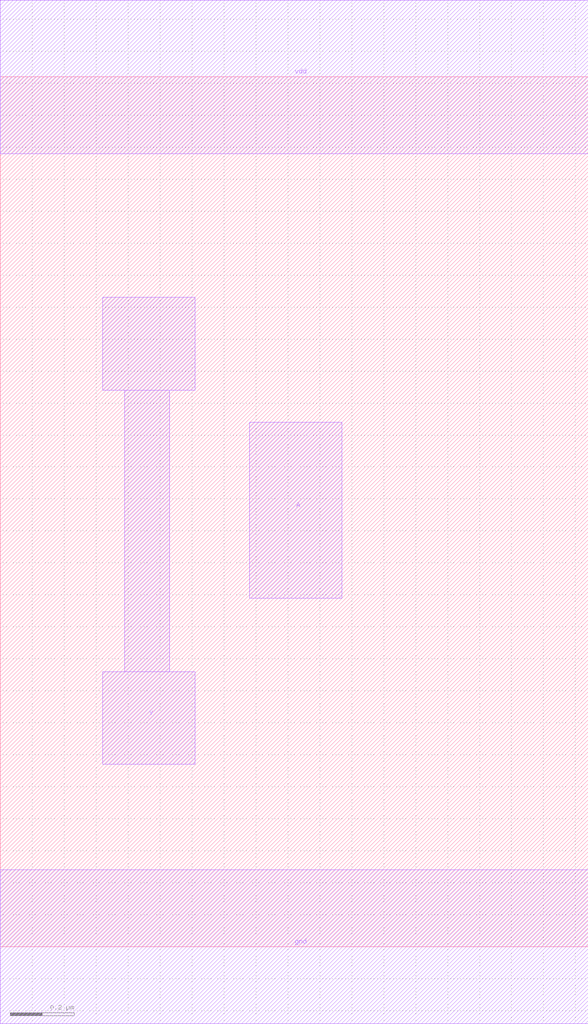
<source format=lef>
VERSION 5.7 ;
  NOWIREEXTENSIONATPIN ON ;
  DIVIDERCHAR "/" ;
  BUSBITCHARS "[]" ;
MACRO INVX2
  CLASS CORE ;
  FOREIGN INVX2 ;
  ORIGIN 0.000 0.000 ;
  SIZE 1.840 BY 2.720 ;
  SYMMETRY X Y R90 ;
  SITE unithd ;
  PIN vdd
    DIRECTION INOUT ;
    USE POWER ;
    SHAPE ABUTMENT ;
    PORT
      LAYER met1 ;
        RECT 0.000 2.480 1.840 2.960 ;
    END
  END vdd
  PIN gnd
    DIRECTION INOUT ;
    USE GROUND ;
    SHAPE ABUTMENT ;
    PORT
      LAYER met1 ;
        RECT 0.000 -0.240 1.840 0.240 ;
    END
  END gnd
  PIN Y
    DIRECTION INOUT ;
    USE SIGNAL ;
    SHAPE ABUTMENT ;
    PORT
      LAYER met1 ;
        RECT 0.320 1.740 0.610 2.030 ;
        RECT 0.390 0.860 0.530 1.740 ;
        RECT 0.320 0.570 0.610 0.860 ;
    END
  END Y
  PIN A
    DIRECTION INOUT ;
    USE SIGNAL ;
    SHAPE ABUTMENT ;
    PORT
      LAYER met1 ;
        RECT 0.780 1.090 1.070 1.640 ;
    END
  END A
END INVX2
END LIBRARY


</source>
